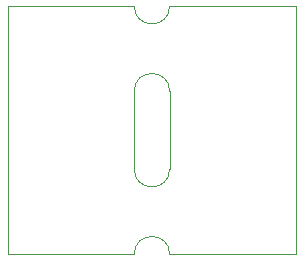
<source format=gbr>
%TF.GenerationSoftware,KiCad,Pcbnew,7.0.11*%
%TF.CreationDate,2024-05-13T15:30:06+03:00*%
%TF.ProjectId,rndip16,726e6469-7031-4362-9e6b-696361645f70,rev?*%
%TF.SameCoordinates,Original*%
%TF.FileFunction,Profile,NP*%
%FSLAX46Y46*%
G04 Gerber Fmt 4.6, Leading zero omitted, Abs format (unit mm)*
G04 Created by KiCad (PCBNEW 7.0.11) date 2024-05-13 15:30:06*
%MOMM*%
%LPD*%
G01*
G04 APERTURE LIST*
%TA.AperFunction,Profile*%
%ADD10C,0.100000*%
%TD*%
G04 APERTURE END LIST*
D10*
X64700000Y-59700000D02*
X64700000Y-53100000D01*
X67700000Y-53100000D02*
X67700000Y-59700000D01*
X54000000Y-66900000D02*
X54000000Y-45900000D01*
X78400000Y-45900000D02*
X78400000Y-66900000D01*
X64700000Y-66900000D02*
X54000000Y-66900000D01*
X54000000Y-45900000D02*
X64700000Y-45900000D01*
X67700000Y-45900000D02*
X78400000Y-45900000D01*
X78400000Y-66900000D02*
X67700000Y-66900000D01*
%TO.C,mouse-bite-2.54mm-slot_13*%
X67700000Y-66900000D02*
G75*
G03*
X64700000Y-66900000I-1500000J0D01*
G01*
X64700000Y-59700000D02*
G75*
G03*
X67700000Y-59700000I1500000J0D01*
G01*
X67700000Y-53100000D02*
G75*
G03*
X64700000Y-53100000I-1500000J0D01*
G01*
X64700000Y-45900000D02*
G75*
G03*
X67700000Y-45900000I1500000J0D01*
G01*
%TD*%
M02*

</source>
